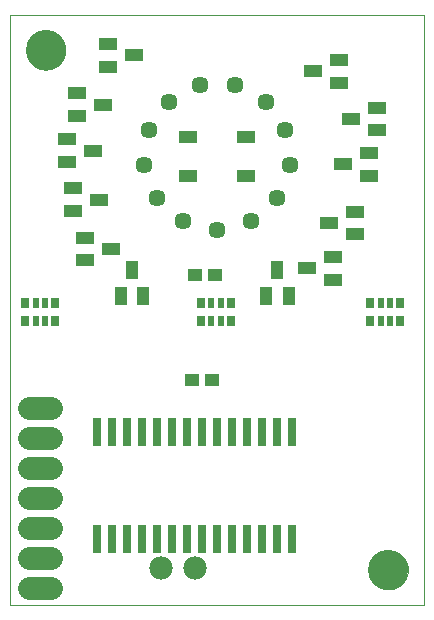
<source format=gts>
G75*
%MOIN*%
%OFA0B0*%
%FSLAX25Y25*%
%IPPOS*%
%LPD*%
%AMOC8*
5,1,8,0,0,1.08239X$1,22.5*
%
%ADD10C,0.00000*%
%ADD11C,0.05707*%
%ADD12R,0.05912X0.04337*%
%ADD13R,0.02600X0.09400*%
%ADD14R,0.04337X0.05912*%
%ADD15C,0.13400*%
%ADD16R,0.06306X0.03943*%
%ADD17C,0.07800*%
%ADD18C,0.07800*%
%ADD19R,0.02762X0.03550*%
%ADD20R,0.02369X0.03550*%
%ADD21R,0.04731X0.04337*%
D10*
X0007524Y0003094D02*
X0007524Y0199944D01*
X0145319Y0199944D01*
X0145319Y0003094D01*
X0007524Y0003094D01*
X0127008Y0014905D02*
X0127010Y0015066D01*
X0127016Y0015226D01*
X0127026Y0015387D01*
X0127040Y0015547D01*
X0127058Y0015707D01*
X0127079Y0015866D01*
X0127105Y0016025D01*
X0127135Y0016183D01*
X0127168Y0016340D01*
X0127206Y0016497D01*
X0127247Y0016652D01*
X0127292Y0016806D01*
X0127341Y0016959D01*
X0127394Y0017111D01*
X0127450Y0017262D01*
X0127511Y0017411D01*
X0127574Y0017559D01*
X0127642Y0017705D01*
X0127713Y0017849D01*
X0127787Y0017991D01*
X0127865Y0018132D01*
X0127947Y0018270D01*
X0128032Y0018407D01*
X0128120Y0018541D01*
X0128212Y0018673D01*
X0128307Y0018803D01*
X0128405Y0018931D01*
X0128506Y0019056D01*
X0128610Y0019178D01*
X0128717Y0019298D01*
X0128827Y0019415D01*
X0128940Y0019530D01*
X0129056Y0019641D01*
X0129175Y0019750D01*
X0129296Y0019855D01*
X0129420Y0019958D01*
X0129546Y0020058D01*
X0129674Y0020154D01*
X0129805Y0020247D01*
X0129939Y0020337D01*
X0130074Y0020424D01*
X0130212Y0020507D01*
X0130351Y0020587D01*
X0130493Y0020663D01*
X0130636Y0020736D01*
X0130781Y0020805D01*
X0130928Y0020871D01*
X0131076Y0020933D01*
X0131226Y0020991D01*
X0131377Y0021046D01*
X0131530Y0021097D01*
X0131684Y0021144D01*
X0131839Y0021187D01*
X0131995Y0021226D01*
X0132151Y0021262D01*
X0132309Y0021293D01*
X0132467Y0021321D01*
X0132626Y0021345D01*
X0132786Y0021365D01*
X0132946Y0021381D01*
X0133106Y0021393D01*
X0133267Y0021401D01*
X0133428Y0021405D01*
X0133588Y0021405D01*
X0133749Y0021401D01*
X0133910Y0021393D01*
X0134070Y0021381D01*
X0134230Y0021365D01*
X0134390Y0021345D01*
X0134549Y0021321D01*
X0134707Y0021293D01*
X0134865Y0021262D01*
X0135021Y0021226D01*
X0135177Y0021187D01*
X0135332Y0021144D01*
X0135486Y0021097D01*
X0135639Y0021046D01*
X0135790Y0020991D01*
X0135940Y0020933D01*
X0136088Y0020871D01*
X0136235Y0020805D01*
X0136380Y0020736D01*
X0136523Y0020663D01*
X0136665Y0020587D01*
X0136804Y0020507D01*
X0136942Y0020424D01*
X0137077Y0020337D01*
X0137211Y0020247D01*
X0137342Y0020154D01*
X0137470Y0020058D01*
X0137596Y0019958D01*
X0137720Y0019855D01*
X0137841Y0019750D01*
X0137960Y0019641D01*
X0138076Y0019530D01*
X0138189Y0019415D01*
X0138299Y0019298D01*
X0138406Y0019178D01*
X0138510Y0019056D01*
X0138611Y0018931D01*
X0138709Y0018803D01*
X0138804Y0018673D01*
X0138896Y0018541D01*
X0138984Y0018407D01*
X0139069Y0018270D01*
X0139151Y0018132D01*
X0139229Y0017991D01*
X0139303Y0017849D01*
X0139374Y0017705D01*
X0139442Y0017559D01*
X0139505Y0017411D01*
X0139566Y0017262D01*
X0139622Y0017111D01*
X0139675Y0016959D01*
X0139724Y0016806D01*
X0139769Y0016652D01*
X0139810Y0016497D01*
X0139848Y0016340D01*
X0139881Y0016183D01*
X0139911Y0016025D01*
X0139937Y0015866D01*
X0139958Y0015707D01*
X0139976Y0015547D01*
X0139990Y0015387D01*
X0140000Y0015226D01*
X0140006Y0015066D01*
X0140008Y0014905D01*
X0140006Y0014744D01*
X0140000Y0014584D01*
X0139990Y0014423D01*
X0139976Y0014263D01*
X0139958Y0014103D01*
X0139937Y0013944D01*
X0139911Y0013785D01*
X0139881Y0013627D01*
X0139848Y0013470D01*
X0139810Y0013313D01*
X0139769Y0013158D01*
X0139724Y0013004D01*
X0139675Y0012851D01*
X0139622Y0012699D01*
X0139566Y0012548D01*
X0139505Y0012399D01*
X0139442Y0012251D01*
X0139374Y0012105D01*
X0139303Y0011961D01*
X0139229Y0011819D01*
X0139151Y0011678D01*
X0139069Y0011540D01*
X0138984Y0011403D01*
X0138896Y0011269D01*
X0138804Y0011137D01*
X0138709Y0011007D01*
X0138611Y0010879D01*
X0138510Y0010754D01*
X0138406Y0010632D01*
X0138299Y0010512D01*
X0138189Y0010395D01*
X0138076Y0010280D01*
X0137960Y0010169D01*
X0137841Y0010060D01*
X0137720Y0009955D01*
X0137596Y0009852D01*
X0137470Y0009752D01*
X0137342Y0009656D01*
X0137211Y0009563D01*
X0137077Y0009473D01*
X0136942Y0009386D01*
X0136804Y0009303D01*
X0136665Y0009223D01*
X0136523Y0009147D01*
X0136380Y0009074D01*
X0136235Y0009005D01*
X0136088Y0008939D01*
X0135940Y0008877D01*
X0135790Y0008819D01*
X0135639Y0008764D01*
X0135486Y0008713D01*
X0135332Y0008666D01*
X0135177Y0008623D01*
X0135021Y0008584D01*
X0134865Y0008548D01*
X0134707Y0008517D01*
X0134549Y0008489D01*
X0134390Y0008465D01*
X0134230Y0008445D01*
X0134070Y0008429D01*
X0133910Y0008417D01*
X0133749Y0008409D01*
X0133588Y0008405D01*
X0133428Y0008405D01*
X0133267Y0008409D01*
X0133106Y0008417D01*
X0132946Y0008429D01*
X0132786Y0008445D01*
X0132626Y0008465D01*
X0132467Y0008489D01*
X0132309Y0008517D01*
X0132151Y0008548D01*
X0131995Y0008584D01*
X0131839Y0008623D01*
X0131684Y0008666D01*
X0131530Y0008713D01*
X0131377Y0008764D01*
X0131226Y0008819D01*
X0131076Y0008877D01*
X0130928Y0008939D01*
X0130781Y0009005D01*
X0130636Y0009074D01*
X0130493Y0009147D01*
X0130351Y0009223D01*
X0130212Y0009303D01*
X0130074Y0009386D01*
X0129939Y0009473D01*
X0129805Y0009563D01*
X0129674Y0009656D01*
X0129546Y0009752D01*
X0129420Y0009852D01*
X0129296Y0009955D01*
X0129175Y0010060D01*
X0129056Y0010169D01*
X0128940Y0010280D01*
X0128827Y0010395D01*
X0128717Y0010512D01*
X0128610Y0010632D01*
X0128506Y0010754D01*
X0128405Y0010879D01*
X0128307Y0011007D01*
X0128212Y0011137D01*
X0128120Y0011269D01*
X0128032Y0011403D01*
X0127947Y0011540D01*
X0127865Y0011678D01*
X0127787Y0011819D01*
X0127713Y0011961D01*
X0127642Y0012105D01*
X0127574Y0012251D01*
X0127511Y0012399D01*
X0127450Y0012548D01*
X0127394Y0012699D01*
X0127341Y0012851D01*
X0127292Y0013004D01*
X0127247Y0013158D01*
X0127206Y0013313D01*
X0127168Y0013470D01*
X0127135Y0013627D01*
X0127105Y0013785D01*
X0127079Y0013944D01*
X0127058Y0014103D01*
X0127040Y0014263D01*
X0127026Y0014423D01*
X0127016Y0014584D01*
X0127010Y0014744D01*
X0127008Y0014905D01*
X0012835Y0188133D02*
X0012837Y0188294D01*
X0012843Y0188454D01*
X0012853Y0188615D01*
X0012867Y0188775D01*
X0012885Y0188935D01*
X0012906Y0189094D01*
X0012932Y0189253D01*
X0012962Y0189411D01*
X0012995Y0189568D01*
X0013033Y0189725D01*
X0013074Y0189880D01*
X0013119Y0190034D01*
X0013168Y0190187D01*
X0013221Y0190339D01*
X0013277Y0190490D01*
X0013338Y0190639D01*
X0013401Y0190787D01*
X0013469Y0190933D01*
X0013540Y0191077D01*
X0013614Y0191219D01*
X0013692Y0191360D01*
X0013774Y0191498D01*
X0013859Y0191635D01*
X0013947Y0191769D01*
X0014039Y0191901D01*
X0014134Y0192031D01*
X0014232Y0192159D01*
X0014333Y0192284D01*
X0014437Y0192406D01*
X0014544Y0192526D01*
X0014654Y0192643D01*
X0014767Y0192758D01*
X0014883Y0192869D01*
X0015002Y0192978D01*
X0015123Y0193083D01*
X0015247Y0193186D01*
X0015373Y0193286D01*
X0015501Y0193382D01*
X0015632Y0193475D01*
X0015766Y0193565D01*
X0015901Y0193652D01*
X0016039Y0193735D01*
X0016178Y0193815D01*
X0016320Y0193891D01*
X0016463Y0193964D01*
X0016608Y0194033D01*
X0016755Y0194099D01*
X0016903Y0194161D01*
X0017053Y0194219D01*
X0017204Y0194274D01*
X0017357Y0194325D01*
X0017511Y0194372D01*
X0017666Y0194415D01*
X0017822Y0194454D01*
X0017978Y0194490D01*
X0018136Y0194521D01*
X0018294Y0194549D01*
X0018453Y0194573D01*
X0018613Y0194593D01*
X0018773Y0194609D01*
X0018933Y0194621D01*
X0019094Y0194629D01*
X0019255Y0194633D01*
X0019415Y0194633D01*
X0019576Y0194629D01*
X0019737Y0194621D01*
X0019897Y0194609D01*
X0020057Y0194593D01*
X0020217Y0194573D01*
X0020376Y0194549D01*
X0020534Y0194521D01*
X0020692Y0194490D01*
X0020848Y0194454D01*
X0021004Y0194415D01*
X0021159Y0194372D01*
X0021313Y0194325D01*
X0021466Y0194274D01*
X0021617Y0194219D01*
X0021767Y0194161D01*
X0021915Y0194099D01*
X0022062Y0194033D01*
X0022207Y0193964D01*
X0022350Y0193891D01*
X0022492Y0193815D01*
X0022631Y0193735D01*
X0022769Y0193652D01*
X0022904Y0193565D01*
X0023038Y0193475D01*
X0023169Y0193382D01*
X0023297Y0193286D01*
X0023423Y0193186D01*
X0023547Y0193083D01*
X0023668Y0192978D01*
X0023787Y0192869D01*
X0023903Y0192758D01*
X0024016Y0192643D01*
X0024126Y0192526D01*
X0024233Y0192406D01*
X0024337Y0192284D01*
X0024438Y0192159D01*
X0024536Y0192031D01*
X0024631Y0191901D01*
X0024723Y0191769D01*
X0024811Y0191635D01*
X0024896Y0191498D01*
X0024978Y0191360D01*
X0025056Y0191219D01*
X0025130Y0191077D01*
X0025201Y0190933D01*
X0025269Y0190787D01*
X0025332Y0190639D01*
X0025393Y0190490D01*
X0025449Y0190339D01*
X0025502Y0190187D01*
X0025551Y0190034D01*
X0025596Y0189880D01*
X0025637Y0189725D01*
X0025675Y0189568D01*
X0025708Y0189411D01*
X0025738Y0189253D01*
X0025764Y0189094D01*
X0025785Y0188935D01*
X0025803Y0188775D01*
X0025817Y0188615D01*
X0025827Y0188454D01*
X0025833Y0188294D01*
X0025835Y0188133D01*
X0025833Y0187972D01*
X0025827Y0187812D01*
X0025817Y0187651D01*
X0025803Y0187491D01*
X0025785Y0187331D01*
X0025764Y0187172D01*
X0025738Y0187013D01*
X0025708Y0186855D01*
X0025675Y0186698D01*
X0025637Y0186541D01*
X0025596Y0186386D01*
X0025551Y0186232D01*
X0025502Y0186079D01*
X0025449Y0185927D01*
X0025393Y0185776D01*
X0025332Y0185627D01*
X0025269Y0185479D01*
X0025201Y0185333D01*
X0025130Y0185189D01*
X0025056Y0185047D01*
X0024978Y0184906D01*
X0024896Y0184768D01*
X0024811Y0184631D01*
X0024723Y0184497D01*
X0024631Y0184365D01*
X0024536Y0184235D01*
X0024438Y0184107D01*
X0024337Y0183982D01*
X0024233Y0183860D01*
X0024126Y0183740D01*
X0024016Y0183623D01*
X0023903Y0183508D01*
X0023787Y0183397D01*
X0023668Y0183288D01*
X0023547Y0183183D01*
X0023423Y0183080D01*
X0023297Y0182980D01*
X0023169Y0182884D01*
X0023038Y0182791D01*
X0022904Y0182701D01*
X0022769Y0182614D01*
X0022631Y0182531D01*
X0022492Y0182451D01*
X0022350Y0182375D01*
X0022207Y0182302D01*
X0022062Y0182233D01*
X0021915Y0182167D01*
X0021767Y0182105D01*
X0021617Y0182047D01*
X0021466Y0181992D01*
X0021313Y0181941D01*
X0021159Y0181894D01*
X0021004Y0181851D01*
X0020848Y0181812D01*
X0020692Y0181776D01*
X0020534Y0181745D01*
X0020376Y0181717D01*
X0020217Y0181693D01*
X0020057Y0181673D01*
X0019897Y0181657D01*
X0019737Y0181645D01*
X0019576Y0181637D01*
X0019415Y0181633D01*
X0019255Y0181633D01*
X0019094Y0181637D01*
X0018933Y0181645D01*
X0018773Y0181657D01*
X0018613Y0181673D01*
X0018453Y0181693D01*
X0018294Y0181717D01*
X0018136Y0181745D01*
X0017978Y0181776D01*
X0017822Y0181812D01*
X0017666Y0181851D01*
X0017511Y0181894D01*
X0017357Y0181941D01*
X0017204Y0181992D01*
X0017053Y0182047D01*
X0016903Y0182105D01*
X0016755Y0182167D01*
X0016608Y0182233D01*
X0016463Y0182302D01*
X0016320Y0182375D01*
X0016178Y0182451D01*
X0016039Y0182531D01*
X0015901Y0182614D01*
X0015766Y0182701D01*
X0015632Y0182791D01*
X0015501Y0182884D01*
X0015373Y0182980D01*
X0015247Y0183080D01*
X0015123Y0183183D01*
X0015002Y0183288D01*
X0014883Y0183397D01*
X0014767Y0183508D01*
X0014654Y0183623D01*
X0014544Y0183740D01*
X0014437Y0183860D01*
X0014333Y0183982D01*
X0014232Y0184107D01*
X0014134Y0184235D01*
X0014039Y0184365D01*
X0013947Y0184497D01*
X0013859Y0184631D01*
X0013774Y0184768D01*
X0013692Y0184906D01*
X0013614Y0185047D01*
X0013540Y0185189D01*
X0013469Y0185333D01*
X0013401Y0185479D01*
X0013338Y0185627D01*
X0013277Y0185776D01*
X0013221Y0185927D01*
X0013168Y0186079D01*
X0013119Y0186232D01*
X0013074Y0186386D01*
X0013033Y0186541D01*
X0012995Y0186698D01*
X0012962Y0186855D01*
X0012932Y0187013D01*
X0012906Y0187172D01*
X0012885Y0187331D01*
X0012867Y0187491D01*
X0012853Y0187651D01*
X0012843Y0187812D01*
X0012837Y0187972D01*
X0012835Y0188133D01*
D11*
X0052230Y0149763D03*
X0053636Y0161342D03*
X0060262Y0170941D03*
X0070590Y0176362D03*
X0082254Y0176362D03*
X0092582Y0170941D03*
X0099208Y0161342D03*
X0100614Y0149763D03*
X0096478Y0138856D03*
X0087747Y0131122D03*
X0076422Y0128330D03*
X0065097Y0131122D03*
X0056366Y0138856D03*
D12*
X0041172Y0121880D03*
X0032511Y0125620D03*
X0032511Y0118140D03*
X0028500Y0134545D03*
X0028500Y0142026D03*
X0026408Y0150871D03*
X0026408Y0158351D03*
X0029826Y0166262D03*
X0029826Y0173742D03*
X0038488Y0170002D03*
X0040105Y0182637D03*
X0040105Y0190117D03*
X0048767Y0186377D03*
X0035069Y0154611D03*
X0037162Y0138285D03*
X0106303Y0115389D03*
X0114965Y0111649D03*
X0114965Y0119130D03*
X0122325Y0126788D03*
X0122325Y0134268D03*
X0113664Y0130528D03*
X0127114Y0146281D03*
X0127114Y0153761D03*
X0129901Y0161500D03*
X0129901Y0168980D03*
X0121239Y0165240D03*
X0117017Y0177293D03*
X0117017Y0184773D03*
X0108355Y0181033D03*
X0118453Y0150021D03*
D13*
X0101435Y0060914D03*
X0096435Y0060914D03*
X0091435Y0060914D03*
X0086435Y0060914D03*
X0081435Y0060914D03*
X0076435Y0060914D03*
X0071435Y0060914D03*
X0066435Y0060914D03*
X0061435Y0060914D03*
X0056435Y0060914D03*
X0051435Y0060914D03*
X0046435Y0060914D03*
X0041435Y0060914D03*
X0036435Y0060914D03*
X0036435Y0025314D03*
X0041435Y0025314D03*
X0046435Y0025314D03*
X0051435Y0025314D03*
X0056435Y0025314D03*
X0061435Y0025314D03*
X0066435Y0025314D03*
X0071435Y0025314D03*
X0076435Y0025314D03*
X0081435Y0025314D03*
X0086435Y0025314D03*
X0091435Y0025314D03*
X0096435Y0025314D03*
X0101435Y0025314D03*
D14*
X0100288Y0106072D03*
X0096548Y0114733D03*
X0092808Y0106072D03*
X0051812Y0106052D03*
X0048071Y0114714D03*
X0044331Y0106052D03*
D15*
X0019335Y0188133D03*
X0133508Y0014905D03*
D16*
X0086067Y0146204D03*
X0086067Y0159196D03*
X0066776Y0159196D03*
X0066776Y0146204D03*
D17*
X0021067Y0068999D02*
X0013667Y0068999D01*
X0013667Y0058999D02*
X0021067Y0058999D01*
X0021067Y0048999D02*
X0013667Y0048999D01*
X0013667Y0038999D02*
X0021067Y0038999D01*
X0021067Y0028999D02*
X0013667Y0028999D01*
X0013667Y0018999D02*
X0021067Y0018999D01*
X0021067Y0008999D02*
X0013667Y0008999D01*
D18*
X0057824Y0015594D03*
X0069224Y0015594D03*
D19*
X0071004Y0097818D03*
X0071004Y0103724D03*
X0081044Y0103724D03*
X0081044Y0097818D03*
X0127504Y0097818D03*
X0127504Y0103724D03*
X0137544Y0103724D03*
X0137544Y0097818D03*
X0022504Y0097818D03*
X0022504Y0103724D03*
X0012465Y0103724D03*
X0012465Y0097818D03*
D20*
X0015910Y0097818D03*
X0019060Y0097818D03*
X0019060Y0103724D03*
X0015910Y0103724D03*
X0074449Y0103724D03*
X0077599Y0103724D03*
X0077599Y0097818D03*
X0074449Y0097818D03*
X0130949Y0097818D03*
X0134099Y0097818D03*
X0134099Y0103724D03*
X0130949Y0103724D03*
D21*
X0075871Y0113094D03*
X0069178Y0113094D03*
X0068178Y0078094D03*
X0074871Y0078094D03*
M02*

</source>
